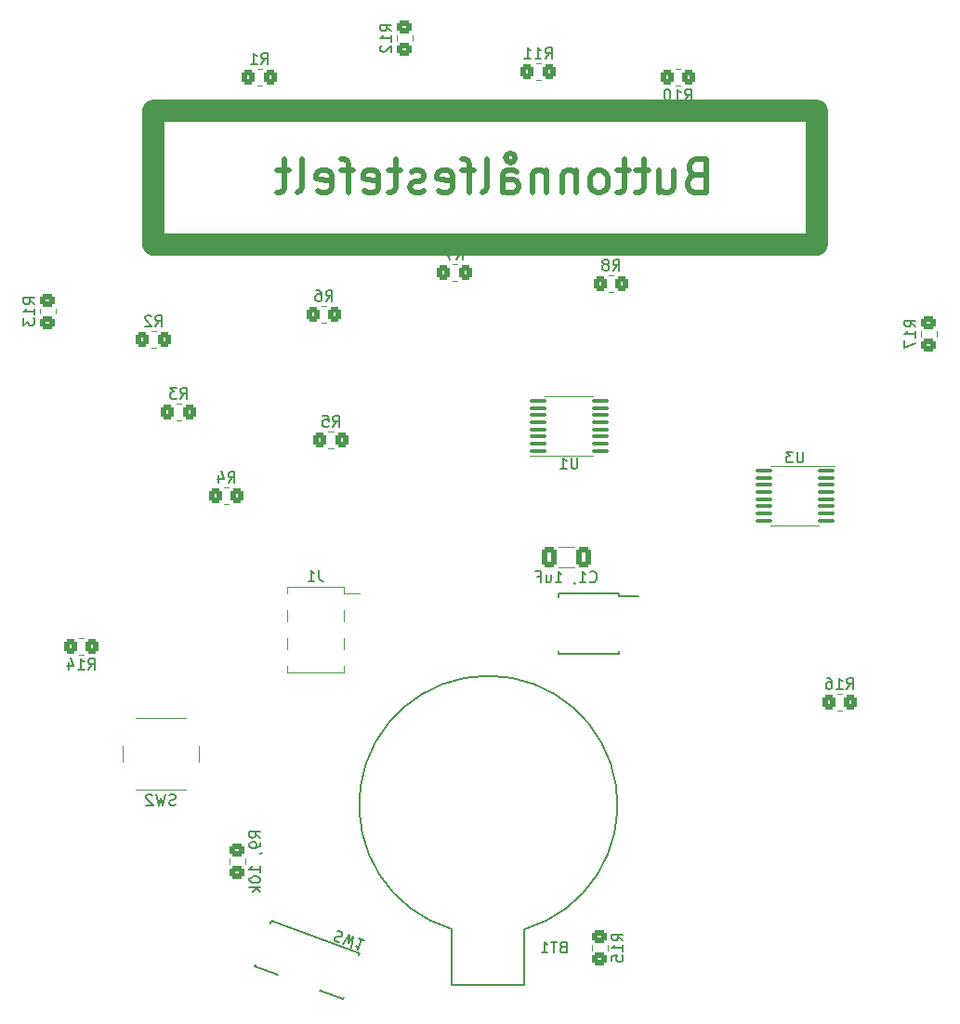
<source format=gbo>
%TF.GenerationSoftware,KiCad,Pcbnew,6.0.1+dfsg-1*%
%TF.CreationDate,2022-01-25T10:44:25+01:00*%
%TF.ProjectId,DTimponator-badge,4454696d-706f-46e6-9174-6f722d626164,2.0*%
%TF.SameCoordinates,Original*%
%TF.FileFunction,Legend,Bot*%
%TF.FilePolarity,Positive*%
%FSLAX46Y46*%
G04 Gerber Fmt 4.6, Leading zero omitted, Abs format (unit mm)*
G04 Created by KiCad (PCBNEW 6.0.1+dfsg-1) date 2022-01-25 10:44:25*
%MOMM*%
%LPD*%
G01*
G04 APERTURE LIST*
G04 Aperture macros list*
%AMRoundRect*
0 Rectangle with rounded corners*
0 $1 Rounding radius*
0 $2 $3 $4 $5 $6 $7 $8 $9 X,Y pos of 4 corners*
0 Add a 4 corners polygon primitive as box body*
4,1,4,$2,$3,$4,$5,$6,$7,$8,$9,$2,$3,0*
0 Add four circle primitives for the rounded corners*
1,1,$1+$1,$2,$3*
1,1,$1+$1,$4,$5*
1,1,$1+$1,$6,$7*
1,1,$1+$1,$8,$9*
0 Add four rect primitives between the rounded corners*
20,1,$1+$1,$2,$3,$4,$5,0*
20,1,$1+$1,$4,$5,$6,$7,0*
20,1,$1+$1,$6,$7,$8,$9,0*
20,1,$1+$1,$8,$9,$2,$3,0*%
%AMHorizOval*
0 Thick line with rounded ends*
0 $1 width*
0 $2 $3 position (X,Y) of the first rounded end (center of the circle)*
0 $4 $5 position (X,Y) of the second rounded end (center of the circle)*
0 Add line between two ends*
20,1,$1,$2,$3,$4,$5,0*
0 Add two circle primitives to create the rounded ends*
1,1,$1,$2,$3*
1,1,$1,$4,$5*%
%AMRotRect*
0 Rectangle, with rotation*
0 The origin of the aperture is its center*
0 $1 length*
0 $2 width*
0 $3 Rotation angle, in degrees counterclockwise*
0 Add horizontal line*
21,1,$1,$2,0,0,$3*%
G04 Aperture macros list end*
%ADD10C,2.000000*%
%ADD11C,0.500000*%
%ADD12C,0.150000*%
%ADD13C,0.120000*%
%ADD14RoundRect,0.250000X0.450000X-0.350000X0.450000X0.350000X-0.450000X0.350000X-0.450000X-0.350000X0*%
%ADD15RoundRect,0.250000X-0.450000X0.350000X-0.450000X-0.350000X0.450000X-0.350000X0.450000X0.350000X0*%
%ADD16R,1.700000X0.650000*%
%ADD17RoundRect,0.250000X0.350000X0.450000X-0.350000X0.450000X-0.350000X-0.450000X0.350000X-0.450000X0*%
%ADD18RoundRect,0.100000X0.637500X0.100000X-0.637500X0.100000X-0.637500X-0.100000X0.637500X-0.100000X0*%
%ADD19C,2.000000*%
%ADD20RoundRect,0.250000X-0.412500X-0.650000X0.412500X-0.650000X0.412500X0.650000X-0.412500X0.650000X0*%
%ADD21RoundRect,0.250000X-0.350000X-0.450000X0.350000X-0.450000X0.350000X0.450000X-0.350000X0.450000X0*%
%ADD22C,1.500000*%
%ADD23R,2.000000X2.000000*%
%ADD24RoundRect,0.100000X-0.637500X-0.100000X0.637500X-0.100000X0.637500X0.100000X-0.637500X0.100000X0*%
%ADD25R,3.150000X1.000000*%
%ADD26HorizOval,2.000000X0.171010X0.469846X-0.171010X-0.469846X0*%
%ADD27RotRect,1.524000X1.524000X160.000000*%
%ADD28C,1.524000*%
G04 APERTURE END LIST*
D10*
X124460000Y-53848000D02*
X184912000Y-53848000D01*
X184912000Y-53848000D02*
X184912000Y-66040000D01*
X184912000Y-66040000D02*
X124460000Y-66040000D01*
X124460000Y-66040000D02*
X124460000Y-53848000D01*
D11*
X173805142Y-59729714D02*
X173376571Y-59872571D01*
X173233714Y-60015428D01*
X173090857Y-60301142D01*
X173090857Y-60729714D01*
X173233714Y-61015428D01*
X173376571Y-61158285D01*
X173662285Y-61301142D01*
X174805142Y-61301142D01*
X174805142Y-58301142D01*
X173805142Y-58301142D01*
X173519428Y-58444000D01*
X173376571Y-58586857D01*
X173233714Y-58872571D01*
X173233714Y-59158285D01*
X173376571Y-59444000D01*
X173519428Y-59586857D01*
X173805142Y-59729714D01*
X174805142Y-59729714D01*
X170519428Y-59301142D02*
X170519428Y-61301142D01*
X171805142Y-59301142D02*
X171805142Y-60872571D01*
X171662285Y-61158285D01*
X171376571Y-61301142D01*
X170948000Y-61301142D01*
X170662285Y-61158285D01*
X170519428Y-61015428D01*
X169519428Y-59301142D02*
X168376571Y-59301142D01*
X169090857Y-58301142D02*
X169090857Y-60872571D01*
X168948000Y-61158285D01*
X168662285Y-61301142D01*
X168376571Y-61301142D01*
X167805142Y-59301142D02*
X166662285Y-59301142D01*
X167376571Y-58301142D02*
X167376571Y-60872571D01*
X167233714Y-61158285D01*
X166948000Y-61301142D01*
X166662285Y-61301142D01*
X165233714Y-61301142D02*
X165519428Y-61158285D01*
X165662285Y-61015428D01*
X165805142Y-60729714D01*
X165805142Y-59872571D01*
X165662285Y-59586857D01*
X165519428Y-59444000D01*
X165233714Y-59301142D01*
X164805142Y-59301142D01*
X164519428Y-59444000D01*
X164376571Y-59586857D01*
X164233714Y-59872571D01*
X164233714Y-60729714D01*
X164376571Y-61015428D01*
X164519428Y-61158285D01*
X164805142Y-61301142D01*
X165233714Y-61301142D01*
X162948000Y-59301142D02*
X162948000Y-61301142D01*
X162948000Y-59586857D02*
X162805142Y-59444000D01*
X162519428Y-59301142D01*
X162090857Y-59301142D01*
X161805142Y-59444000D01*
X161662285Y-59729714D01*
X161662285Y-61301142D01*
X160233714Y-59301142D02*
X160233714Y-61301142D01*
X160233714Y-59586857D02*
X160090857Y-59444000D01*
X159805142Y-59301142D01*
X159376571Y-59301142D01*
X159090857Y-59444000D01*
X158948000Y-59729714D01*
X158948000Y-61301142D01*
X156233714Y-61301142D02*
X156233714Y-59729714D01*
X156376571Y-59444000D01*
X156662285Y-59301142D01*
X157233714Y-59301142D01*
X157519428Y-59444000D01*
X156233714Y-61158285D02*
X156519428Y-61301142D01*
X157233714Y-61301142D01*
X157519428Y-61158285D01*
X157662285Y-60872571D01*
X157662285Y-60586857D01*
X157519428Y-60301142D01*
X157233714Y-60158285D01*
X156519428Y-60158285D01*
X156233714Y-60015428D01*
X156948000Y-58586857D02*
X157233714Y-58444000D01*
X157376571Y-58158285D01*
X157233714Y-57872571D01*
X156948000Y-57729714D01*
X156662285Y-57872571D01*
X156519428Y-58158285D01*
X156662285Y-58444000D01*
X156948000Y-58586857D01*
X154376571Y-61301142D02*
X154662285Y-61158285D01*
X154805142Y-60872571D01*
X154805142Y-58301142D01*
X153662285Y-59301142D02*
X152519428Y-59301142D01*
X153233714Y-61301142D02*
X153233714Y-58729714D01*
X153090857Y-58444000D01*
X152805142Y-58301142D01*
X152519428Y-58301142D01*
X150376571Y-61158285D02*
X150662285Y-61301142D01*
X151233714Y-61301142D01*
X151519428Y-61158285D01*
X151662285Y-60872571D01*
X151662285Y-59729714D01*
X151519428Y-59444000D01*
X151233714Y-59301142D01*
X150662285Y-59301142D01*
X150376571Y-59444000D01*
X150233714Y-59729714D01*
X150233714Y-60015428D01*
X151662285Y-60301142D01*
X149090857Y-61158285D02*
X148805142Y-61301142D01*
X148233714Y-61301142D01*
X147948000Y-61158285D01*
X147805142Y-60872571D01*
X147805142Y-60729714D01*
X147948000Y-60444000D01*
X148233714Y-60301142D01*
X148662285Y-60301142D01*
X148948000Y-60158285D01*
X149090857Y-59872571D01*
X149090857Y-59729714D01*
X148948000Y-59444000D01*
X148662285Y-59301142D01*
X148233714Y-59301142D01*
X147948000Y-59444000D01*
X146948000Y-59301142D02*
X145805142Y-59301142D01*
X146519428Y-58301142D02*
X146519428Y-60872571D01*
X146376571Y-61158285D01*
X146090857Y-61301142D01*
X145805142Y-61301142D01*
X143662285Y-61158285D02*
X143948000Y-61301142D01*
X144519428Y-61301142D01*
X144805142Y-61158285D01*
X144948000Y-60872571D01*
X144948000Y-59729714D01*
X144805142Y-59444000D01*
X144519428Y-59301142D01*
X143948000Y-59301142D01*
X143662285Y-59444000D01*
X143519428Y-59729714D01*
X143519428Y-60015428D01*
X144948000Y-60301142D01*
X142662285Y-59301142D02*
X141519428Y-59301142D01*
X142233714Y-61301142D02*
X142233714Y-58729714D01*
X142090857Y-58444000D01*
X141805142Y-58301142D01*
X141519428Y-58301142D01*
X139376571Y-61158285D02*
X139662285Y-61301142D01*
X140233714Y-61301142D01*
X140519428Y-61158285D01*
X140662285Y-60872571D01*
X140662285Y-59729714D01*
X140519428Y-59444000D01*
X140233714Y-59301142D01*
X139662285Y-59301142D01*
X139376571Y-59444000D01*
X139233714Y-59729714D01*
X139233714Y-60015428D01*
X140662285Y-60301142D01*
X137519428Y-61301142D02*
X137805142Y-61158285D01*
X137948000Y-60872571D01*
X137948000Y-58301142D01*
X136805142Y-59301142D02*
X135662285Y-59301142D01*
X136376571Y-58301142D02*
X136376571Y-60872571D01*
X136233714Y-61158285D01*
X135948000Y-61301142D01*
X135662285Y-61301142D01*
D12*
X167202380Y-129405142D02*
X166726190Y-129071809D01*
X167202380Y-128833714D02*
X166202380Y-128833714D01*
X166202380Y-129214666D01*
X166250000Y-129309904D01*
X166297619Y-129357523D01*
X166392857Y-129405142D01*
X166535714Y-129405142D01*
X166630952Y-129357523D01*
X166678571Y-129309904D01*
X166726190Y-129214666D01*
X166726190Y-128833714D01*
X167202380Y-130357523D02*
X167202380Y-129786095D01*
X167202380Y-130071809D02*
X166202380Y-130071809D01*
X166345238Y-129976571D01*
X166440476Y-129881333D01*
X166488095Y-129786095D01*
X166202380Y-131262285D02*
X166202380Y-130786095D01*
X166678571Y-130738476D01*
X166630952Y-130786095D01*
X166583333Y-130881333D01*
X166583333Y-131119428D01*
X166630952Y-131214666D01*
X166678571Y-131262285D01*
X166773809Y-131309904D01*
X167011904Y-131309904D01*
X167107142Y-131262285D01*
X167154761Y-131214666D01*
X167202380Y-131119428D01*
X167202380Y-130881333D01*
X167154761Y-130786095D01*
X167107142Y-130738476D01*
X113610380Y-71477142D02*
X113134190Y-71143809D01*
X113610380Y-70905714D02*
X112610380Y-70905714D01*
X112610380Y-71286666D01*
X112658000Y-71381904D01*
X112705619Y-71429523D01*
X112800857Y-71477142D01*
X112943714Y-71477142D01*
X113038952Y-71429523D01*
X113086571Y-71381904D01*
X113134190Y-71286666D01*
X113134190Y-70905714D01*
X113610380Y-72429523D02*
X113610380Y-71858095D01*
X113610380Y-72143809D02*
X112610380Y-72143809D01*
X112753238Y-72048571D01*
X112848476Y-71953333D01*
X112896095Y-71858095D01*
X112610380Y-72762857D02*
X112610380Y-73381904D01*
X112991333Y-73048571D01*
X112991333Y-73191428D01*
X113038952Y-73286666D01*
X113086571Y-73334285D01*
X113181809Y-73381904D01*
X113419904Y-73381904D01*
X113515142Y-73334285D01*
X113562761Y-73286666D01*
X113610380Y-73191428D01*
X113610380Y-72905714D01*
X113562761Y-72810476D01*
X113515142Y-72762857D01*
X166298666Y-68398380D02*
X166632000Y-67922190D01*
X166870095Y-68398380D02*
X166870095Y-67398380D01*
X166489142Y-67398380D01*
X166393904Y-67446000D01*
X166346285Y-67493619D01*
X166298666Y-67588857D01*
X166298666Y-67731714D01*
X166346285Y-67826952D01*
X166393904Y-67874571D01*
X166489142Y-67922190D01*
X166870095Y-67922190D01*
X165727238Y-67826952D02*
X165822476Y-67779333D01*
X165870095Y-67731714D01*
X165917714Y-67636476D01*
X165917714Y-67588857D01*
X165870095Y-67493619D01*
X165822476Y-67446000D01*
X165727238Y-67398380D01*
X165536761Y-67398380D01*
X165441523Y-67446000D01*
X165393904Y-67493619D01*
X165346285Y-67588857D01*
X165346285Y-67636476D01*
X165393904Y-67731714D01*
X165441523Y-67779333D01*
X165536761Y-67826952D01*
X165727238Y-67826952D01*
X165822476Y-67874571D01*
X165870095Y-67922190D01*
X165917714Y-68017428D01*
X165917714Y-68207904D01*
X165870095Y-68303142D01*
X165822476Y-68350761D01*
X165727238Y-68398380D01*
X165536761Y-68398380D01*
X165441523Y-68350761D01*
X165393904Y-68303142D01*
X165346285Y-68207904D01*
X165346285Y-68017428D01*
X165393904Y-67922190D01*
X165441523Y-67874571D01*
X165536761Y-67826952D01*
X140771666Y-82622380D02*
X141105000Y-82146190D01*
X141343095Y-82622380D02*
X141343095Y-81622380D01*
X140962142Y-81622380D01*
X140866904Y-81670000D01*
X140819285Y-81717619D01*
X140771666Y-81812857D01*
X140771666Y-81955714D01*
X140819285Y-82050952D01*
X140866904Y-82098571D01*
X140962142Y-82146190D01*
X141343095Y-82146190D01*
X139866904Y-81622380D02*
X140343095Y-81622380D01*
X140390714Y-82098571D01*
X140343095Y-82050952D01*
X140247857Y-82003333D01*
X140009761Y-82003333D01*
X139914523Y-82050952D01*
X139866904Y-82098571D01*
X139819285Y-82193809D01*
X139819285Y-82431904D01*
X139866904Y-82527142D01*
X139914523Y-82574761D01*
X140009761Y-82622380D01*
X140247857Y-82622380D01*
X140343095Y-82574761D01*
X140390714Y-82527142D01*
X160138857Y-49094380D02*
X160472190Y-48618190D01*
X160710285Y-49094380D02*
X160710285Y-48094380D01*
X160329333Y-48094380D01*
X160234095Y-48142000D01*
X160186476Y-48189619D01*
X160138857Y-48284857D01*
X160138857Y-48427714D01*
X160186476Y-48522952D01*
X160234095Y-48570571D01*
X160329333Y-48618190D01*
X160710285Y-48618190D01*
X159186476Y-49094380D02*
X159757904Y-49094380D01*
X159472190Y-49094380D02*
X159472190Y-48094380D01*
X159567428Y-48237238D01*
X159662666Y-48332476D01*
X159757904Y-48380095D01*
X158234095Y-49094380D02*
X158805523Y-49094380D01*
X158519809Y-49094380D02*
X158519809Y-48094380D01*
X158615047Y-48237238D01*
X158710285Y-48332476D01*
X158805523Y-48380095D01*
X183641904Y-84902380D02*
X183641904Y-85711904D01*
X183594285Y-85807142D01*
X183546666Y-85854761D01*
X183451428Y-85902380D01*
X183260952Y-85902380D01*
X183165714Y-85854761D01*
X183118095Y-85807142D01*
X183070476Y-85711904D01*
X183070476Y-84902380D01*
X182689523Y-84902380D02*
X182070476Y-84902380D01*
X182403809Y-85283333D01*
X182260952Y-85283333D01*
X182165714Y-85330952D01*
X182118095Y-85378571D01*
X182070476Y-85473809D01*
X182070476Y-85711904D01*
X182118095Y-85807142D01*
X182165714Y-85854761D01*
X182260952Y-85902380D01*
X182546666Y-85902380D01*
X182641904Y-85854761D01*
X182689523Y-85807142D01*
X124610666Y-73478380D02*
X124944000Y-73002190D01*
X125182095Y-73478380D02*
X125182095Y-72478380D01*
X124801142Y-72478380D01*
X124705904Y-72526000D01*
X124658285Y-72573619D01*
X124610666Y-72668857D01*
X124610666Y-72811714D01*
X124658285Y-72906952D01*
X124705904Y-72954571D01*
X124801142Y-73002190D01*
X125182095Y-73002190D01*
X124229714Y-72573619D02*
X124182095Y-72526000D01*
X124086857Y-72478380D01*
X123848761Y-72478380D01*
X123753523Y-72526000D01*
X123705904Y-72573619D01*
X123658285Y-72668857D01*
X123658285Y-72764095D01*
X123705904Y-72906952D01*
X124277333Y-73478380D01*
X123658285Y-73478380D01*
X126428333Y-117049761D02*
X126285476Y-117097380D01*
X126047380Y-117097380D01*
X125952142Y-117049761D01*
X125904523Y-117002142D01*
X125856904Y-116906904D01*
X125856904Y-116811666D01*
X125904523Y-116716428D01*
X125952142Y-116668809D01*
X126047380Y-116621190D01*
X126237857Y-116573571D01*
X126333095Y-116525952D01*
X126380714Y-116478333D01*
X126428333Y-116383095D01*
X126428333Y-116287857D01*
X126380714Y-116192619D01*
X126333095Y-116145000D01*
X126237857Y-116097380D01*
X125999761Y-116097380D01*
X125856904Y-116145000D01*
X125523571Y-116097380D02*
X125285476Y-117097380D01*
X125095000Y-116383095D01*
X124904523Y-117097380D01*
X124666428Y-116097380D01*
X124333095Y-116192619D02*
X124285476Y-116145000D01*
X124190238Y-116097380D01*
X123952142Y-116097380D01*
X123856904Y-116145000D01*
X123809285Y-116192619D01*
X123761666Y-116287857D01*
X123761666Y-116383095D01*
X123809285Y-116525952D01*
X124380714Y-117097380D01*
X123761666Y-117097380D01*
X164194857Y-96695142D02*
X164242476Y-96742761D01*
X164385333Y-96790380D01*
X164480571Y-96790380D01*
X164623428Y-96742761D01*
X164718666Y-96647523D01*
X164766285Y-96552285D01*
X164813904Y-96361809D01*
X164813904Y-96218952D01*
X164766285Y-96028476D01*
X164718666Y-95933238D01*
X164623428Y-95838000D01*
X164480571Y-95790380D01*
X164385333Y-95790380D01*
X164242476Y-95838000D01*
X164194857Y-95885619D01*
X163242476Y-96790380D02*
X163813904Y-96790380D01*
X163528190Y-96790380D02*
X163528190Y-95790380D01*
X163623428Y-95933238D01*
X163718666Y-96028476D01*
X163813904Y-96076095D01*
X162766285Y-96742761D02*
X162766285Y-96790380D01*
X162813904Y-96885619D01*
X162861523Y-96933238D01*
X161052000Y-96790380D02*
X161623428Y-96790380D01*
X161337714Y-96790380D02*
X161337714Y-95790380D01*
X161432952Y-95933238D01*
X161528190Y-96028476D01*
X161623428Y-96076095D01*
X160194857Y-96123714D02*
X160194857Y-96790380D01*
X160623428Y-96123714D02*
X160623428Y-96647523D01*
X160575809Y-96742761D01*
X160480571Y-96790380D01*
X160337714Y-96790380D01*
X160242476Y-96742761D01*
X160194857Y-96695142D01*
X159385333Y-96266571D02*
X159718666Y-96266571D01*
X159718666Y-96790380D02*
X159718666Y-95790380D01*
X159242476Y-95790380D01*
X126896666Y-80082380D02*
X127230000Y-79606190D01*
X127468095Y-80082380D02*
X127468095Y-79082380D01*
X127087142Y-79082380D01*
X126991904Y-79130000D01*
X126944285Y-79177619D01*
X126896666Y-79272857D01*
X126896666Y-79415714D01*
X126944285Y-79510952D01*
X126991904Y-79558571D01*
X127087142Y-79606190D01*
X127468095Y-79606190D01*
X126563333Y-79082380D02*
X125944285Y-79082380D01*
X126277619Y-79463333D01*
X126134761Y-79463333D01*
X126039523Y-79510952D01*
X125991904Y-79558571D01*
X125944285Y-79653809D01*
X125944285Y-79891904D01*
X125991904Y-79987142D01*
X126039523Y-80034761D01*
X126134761Y-80082380D01*
X126420476Y-80082380D01*
X126515714Y-80034761D01*
X126563333Y-79987142D01*
X146122380Y-46617142D02*
X145646190Y-46283809D01*
X146122380Y-46045714D02*
X145122380Y-46045714D01*
X145122380Y-46426666D01*
X145170000Y-46521904D01*
X145217619Y-46569523D01*
X145312857Y-46617142D01*
X145455714Y-46617142D01*
X145550952Y-46569523D01*
X145598571Y-46521904D01*
X145646190Y-46426666D01*
X145646190Y-46045714D01*
X146122380Y-47569523D02*
X146122380Y-46998095D01*
X146122380Y-47283809D02*
X145122380Y-47283809D01*
X145265238Y-47188571D01*
X145360476Y-47093333D01*
X145408095Y-46998095D01*
X145217619Y-47950476D02*
X145170000Y-47998095D01*
X145122380Y-48093333D01*
X145122380Y-48331428D01*
X145170000Y-48426666D01*
X145217619Y-48474285D01*
X145312857Y-48521904D01*
X145408095Y-48521904D01*
X145550952Y-48474285D01*
X146122380Y-47902857D01*
X146122380Y-48521904D01*
X134262666Y-49602380D02*
X134596000Y-49126190D01*
X134834095Y-49602380D02*
X134834095Y-48602380D01*
X134453142Y-48602380D01*
X134357904Y-48650000D01*
X134310285Y-48697619D01*
X134262666Y-48792857D01*
X134262666Y-48935714D01*
X134310285Y-49030952D01*
X134357904Y-49078571D01*
X134453142Y-49126190D01*
X134834095Y-49126190D01*
X133310285Y-49602380D02*
X133881714Y-49602380D01*
X133596000Y-49602380D02*
X133596000Y-48602380D01*
X133691238Y-48745238D01*
X133786476Y-48840476D01*
X133881714Y-48888095D01*
X193874380Y-73525142D02*
X193398190Y-73191809D01*
X193874380Y-72953714D02*
X192874380Y-72953714D01*
X192874380Y-73334666D01*
X192922000Y-73429904D01*
X192969619Y-73477523D01*
X193064857Y-73525142D01*
X193207714Y-73525142D01*
X193302952Y-73477523D01*
X193350571Y-73429904D01*
X193398190Y-73334666D01*
X193398190Y-72953714D01*
X193874380Y-74477523D02*
X193874380Y-73906095D01*
X193874380Y-74191809D02*
X192874380Y-74191809D01*
X193017238Y-74096571D01*
X193112476Y-74001333D01*
X193160095Y-73906095D01*
X192874380Y-74810857D02*
X192874380Y-75477523D01*
X193874380Y-75048952D01*
X118498857Y-104718380D02*
X118832190Y-104242190D01*
X119070285Y-104718380D02*
X119070285Y-103718380D01*
X118689333Y-103718380D01*
X118594095Y-103766000D01*
X118546476Y-103813619D01*
X118498857Y-103908857D01*
X118498857Y-104051714D01*
X118546476Y-104146952D01*
X118594095Y-104194571D01*
X118689333Y-104242190D01*
X119070285Y-104242190D01*
X117546476Y-104718380D02*
X118117904Y-104718380D01*
X117832190Y-104718380D02*
X117832190Y-103718380D01*
X117927428Y-103861238D01*
X118022666Y-103956476D01*
X118117904Y-104004095D01*
X116689333Y-104051714D02*
X116689333Y-104718380D01*
X116927428Y-103670761D02*
X117165523Y-104385047D01*
X116546476Y-104385047D01*
X140136666Y-71192380D02*
X140470000Y-70716190D01*
X140708095Y-71192380D02*
X140708095Y-70192380D01*
X140327142Y-70192380D01*
X140231904Y-70240000D01*
X140184285Y-70287619D01*
X140136666Y-70382857D01*
X140136666Y-70525714D01*
X140184285Y-70620952D01*
X140231904Y-70668571D01*
X140327142Y-70716190D01*
X140708095Y-70716190D01*
X139279523Y-70192380D02*
X139470000Y-70192380D01*
X139565238Y-70240000D01*
X139612857Y-70287619D01*
X139708095Y-70430476D01*
X139755714Y-70620952D01*
X139755714Y-71001904D01*
X139708095Y-71097142D01*
X139660476Y-71144761D01*
X139565238Y-71192380D01*
X139374761Y-71192380D01*
X139279523Y-71144761D01*
X139231904Y-71097142D01*
X139184285Y-71001904D01*
X139184285Y-70763809D01*
X139231904Y-70668571D01*
X139279523Y-70620952D01*
X139374761Y-70573333D01*
X139565238Y-70573333D01*
X139660476Y-70620952D01*
X139708095Y-70668571D01*
X139755714Y-70763809D01*
X161725713Y-129994572D02*
X161582856Y-130042191D01*
X161535237Y-130089810D01*
X161487618Y-130185048D01*
X161487618Y-130327905D01*
X161535237Y-130423143D01*
X161582856Y-130470762D01*
X161678094Y-130518381D01*
X162059046Y-130518381D01*
X162059046Y-129518381D01*
X161725713Y-129518381D01*
X161630475Y-129566001D01*
X161582856Y-129613620D01*
X161535237Y-129708858D01*
X161535237Y-129804096D01*
X161582856Y-129899334D01*
X161630475Y-129946953D01*
X161725713Y-129994572D01*
X162059046Y-129994572D01*
X161201903Y-129518381D02*
X160630475Y-129518381D01*
X160916189Y-130518381D02*
X160916189Y-129518381D01*
X159773332Y-130518381D02*
X160344760Y-130518381D01*
X160059046Y-130518381D02*
X160059046Y-129518381D01*
X160154284Y-129661239D01*
X160249522Y-129756477D01*
X160344760Y-129804096D01*
X187602857Y-106498380D02*
X187936190Y-106022190D01*
X188174285Y-106498380D02*
X188174285Y-105498380D01*
X187793333Y-105498380D01*
X187698095Y-105546000D01*
X187650476Y-105593619D01*
X187602857Y-105688857D01*
X187602857Y-105831714D01*
X187650476Y-105926952D01*
X187698095Y-105974571D01*
X187793333Y-106022190D01*
X188174285Y-106022190D01*
X186650476Y-106498380D02*
X187221904Y-106498380D01*
X186936190Y-106498380D02*
X186936190Y-105498380D01*
X187031428Y-105641238D01*
X187126666Y-105736476D01*
X187221904Y-105784095D01*
X185793333Y-105498380D02*
X185983809Y-105498380D01*
X186079047Y-105546000D01*
X186126666Y-105593619D01*
X186221904Y-105736476D01*
X186269523Y-105926952D01*
X186269523Y-106307904D01*
X186221904Y-106403142D01*
X186174285Y-106450761D01*
X186079047Y-106498380D01*
X185888571Y-106498380D01*
X185793333Y-106450761D01*
X185745714Y-106403142D01*
X185698095Y-106307904D01*
X185698095Y-106069809D01*
X185745714Y-105974571D01*
X185793333Y-105926952D01*
X185888571Y-105879333D01*
X186079047Y-105879333D01*
X186174285Y-105926952D01*
X186221904Y-105974571D01*
X186269523Y-106069809D01*
X163067904Y-85452380D02*
X163067904Y-86261904D01*
X163020285Y-86357142D01*
X162972666Y-86404761D01*
X162877428Y-86452380D01*
X162686952Y-86452380D01*
X162591714Y-86404761D01*
X162544095Y-86357142D01*
X162496476Y-86261904D01*
X162496476Y-85452380D01*
X161496476Y-86452380D02*
X162067904Y-86452380D01*
X161782190Y-86452380D02*
X161782190Y-85452380D01*
X161877428Y-85595238D01*
X161972666Y-85690476D01*
X162067904Y-85738095D01*
X139525333Y-95674380D02*
X139525333Y-96388666D01*
X139572952Y-96531523D01*
X139668190Y-96626761D01*
X139811047Y-96674380D01*
X139906285Y-96674380D01*
X138525333Y-96674380D02*
X139096761Y-96674380D01*
X138811047Y-96674380D02*
X138811047Y-95674380D01*
X138906285Y-95817238D01*
X139001523Y-95912476D01*
X139096761Y-95960095D01*
X152042666Y-67382380D02*
X152376000Y-66906190D01*
X152614095Y-67382380D02*
X152614095Y-66382380D01*
X152233142Y-66382380D01*
X152137904Y-66430000D01*
X152090285Y-66477619D01*
X152042666Y-66572857D01*
X152042666Y-66715714D01*
X152090285Y-66810952D01*
X152137904Y-66858571D01*
X152233142Y-66906190D01*
X152614095Y-66906190D01*
X151709333Y-66382380D02*
X151042666Y-66382380D01*
X151471238Y-67382380D01*
X172870857Y-52902380D02*
X173204190Y-52426190D01*
X173442285Y-52902380D02*
X173442285Y-51902380D01*
X173061333Y-51902380D01*
X172966095Y-51950000D01*
X172918476Y-51997619D01*
X172870857Y-52092857D01*
X172870857Y-52235714D01*
X172918476Y-52330952D01*
X172966095Y-52378571D01*
X173061333Y-52426190D01*
X173442285Y-52426190D01*
X171918476Y-52902380D02*
X172489904Y-52902380D01*
X172204190Y-52902380D02*
X172204190Y-51902380D01*
X172299428Y-52045238D01*
X172394666Y-52140476D01*
X172489904Y-52188095D01*
X171299428Y-51902380D02*
X171204190Y-51902380D01*
X171108952Y-51950000D01*
X171061333Y-51997619D01*
X171013714Y-52092857D01*
X170966095Y-52283333D01*
X170966095Y-52521428D01*
X171013714Y-52711904D01*
X171061333Y-52807142D01*
X171108952Y-52854761D01*
X171204190Y-52902380D01*
X171299428Y-52902380D01*
X171394666Y-52854761D01*
X171442285Y-52807142D01*
X171489904Y-52711904D01*
X171537523Y-52521428D01*
X171537523Y-52283333D01*
X171489904Y-52092857D01*
X171442285Y-51997619D01*
X171394666Y-51950000D01*
X171299428Y-51902380D01*
X141160651Y-128535858D02*
X141311179Y-128539971D01*
X141534916Y-128621404D01*
X141608123Y-128698725D01*
X141636584Y-128759759D01*
X141648758Y-128865540D01*
X141616185Y-128955034D01*
X141538864Y-129028242D01*
X141477830Y-129056703D01*
X141372049Y-129068877D01*
X141176773Y-129048477D01*
X141070992Y-129060651D01*
X141009958Y-129089112D01*
X140932637Y-129162320D01*
X140900064Y-129251814D01*
X140912238Y-129357595D01*
X140940698Y-129418629D01*
X141013906Y-129495950D01*
X141237643Y-129577383D01*
X141388171Y-129581496D01*
X141685115Y-129740250D02*
X142250872Y-128881991D01*
X142185561Y-129618346D01*
X142608850Y-129012284D01*
X142490566Y-130033410D01*
X143682784Y-129403164D02*
X143145817Y-129207724D01*
X143414301Y-129305444D02*
X143072281Y-130245137D01*
X143031646Y-130078322D01*
X142974725Y-129956254D01*
X142901517Y-129878933D01*
X131246666Y-87702380D02*
X131580000Y-87226190D01*
X131818095Y-87702380D02*
X131818095Y-86702380D01*
X131437142Y-86702380D01*
X131341904Y-86750000D01*
X131294285Y-86797619D01*
X131246666Y-86892857D01*
X131246666Y-87035714D01*
X131294285Y-87130952D01*
X131341904Y-87178571D01*
X131437142Y-87226190D01*
X131818095Y-87226190D01*
X130389523Y-87035714D02*
X130389523Y-87702380D01*
X130627619Y-86654761D02*
X130865714Y-87369047D01*
X130246666Y-87369047D01*
X134182380Y-120047142D02*
X133706190Y-119713809D01*
X134182380Y-119475714D02*
X133182380Y-119475714D01*
X133182380Y-119856666D01*
X133230000Y-119951904D01*
X133277619Y-119999523D01*
X133372857Y-120047142D01*
X133515714Y-120047142D01*
X133610952Y-119999523D01*
X133658571Y-119951904D01*
X133706190Y-119856666D01*
X133706190Y-119475714D01*
X134182380Y-120523333D02*
X134182380Y-120713809D01*
X134134761Y-120809047D01*
X134087142Y-120856666D01*
X133944285Y-120951904D01*
X133753809Y-120999523D01*
X133372857Y-120999523D01*
X133277619Y-120951904D01*
X133230000Y-120904285D01*
X133182380Y-120809047D01*
X133182380Y-120618571D01*
X133230000Y-120523333D01*
X133277619Y-120475714D01*
X133372857Y-120428095D01*
X133610952Y-120428095D01*
X133706190Y-120475714D01*
X133753809Y-120523333D01*
X133801428Y-120618571D01*
X133801428Y-120809047D01*
X133753809Y-120904285D01*
X133706190Y-120951904D01*
X133610952Y-120999523D01*
X134134761Y-121475714D02*
X134182380Y-121475714D01*
X134277619Y-121428095D01*
X134325238Y-121380476D01*
X134182380Y-123190000D02*
X134182380Y-122618571D01*
X134182380Y-122904285D02*
X133182380Y-122904285D01*
X133325238Y-122809047D01*
X133420476Y-122713809D01*
X133468095Y-122618571D01*
X133182380Y-123809047D02*
X133182380Y-123904285D01*
X133230000Y-123999523D01*
X133277619Y-124047142D01*
X133372857Y-124094761D01*
X133563333Y-124142380D01*
X133801428Y-124142380D01*
X133991904Y-124094761D01*
X134087142Y-124047142D01*
X134134761Y-123999523D01*
X134182380Y-123904285D01*
X134182380Y-123809047D01*
X134134761Y-123713809D01*
X134087142Y-123666190D01*
X133991904Y-123618571D01*
X133801428Y-123570952D01*
X133563333Y-123570952D01*
X133372857Y-123618571D01*
X133277619Y-123666190D01*
X133230000Y-123713809D01*
X133182380Y-123809047D01*
X134182380Y-124570952D02*
X133182380Y-124570952D01*
X133801428Y-124666190D02*
X134182380Y-124951904D01*
X133515714Y-124951904D02*
X133896666Y-124570952D01*
D13*
X164365000Y-130275064D02*
X164365000Y-129820936D01*
X165835000Y-130275064D02*
X165835000Y-129820936D01*
X115543000Y-71892936D02*
X115543000Y-72347064D01*
X114073000Y-71892936D02*
X114073000Y-72347064D01*
D12*
X166834000Y-97829000D02*
X166834000Y-98034000D01*
X166834000Y-103339000D02*
X161334000Y-103339000D01*
X166834000Y-98034000D02*
X168584000Y-98034000D01*
X161334000Y-97829000D02*
X161334000Y-98129000D01*
X166834000Y-103339000D02*
X166834000Y-103039000D01*
X166834000Y-97829000D02*
X161334000Y-97829000D01*
X161334000Y-103339000D02*
X161334000Y-103039000D01*
D13*
X166359064Y-68861000D02*
X165904936Y-68861000D01*
X166359064Y-70331000D02*
X165904936Y-70331000D01*
X140832064Y-84555000D02*
X140377936Y-84555000D01*
X140832064Y-83085000D02*
X140377936Y-83085000D01*
X159723064Y-51027000D02*
X159268936Y-51027000D01*
X159723064Y-49557000D02*
X159268936Y-49557000D01*
X182880000Y-91635000D02*
X185080000Y-91635000D01*
X182880000Y-86165000D02*
X186480000Y-86165000D01*
X182880000Y-86165000D02*
X180680000Y-86165000D01*
X182880000Y-91635000D02*
X180680000Y-91635000D01*
X124671064Y-75411000D02*
X124216936Y-75411000D01*
X124671064Y-73941000D02*
X124216936Y-73941000D01*
X121595000Y-113145000D02*
X121595000Y-111645000D01*
X122845000Y-109145000D02*
X127345000Y-109145000D01*
X127345000Y-115645000D02*
X122845000Y-115645000D01*
X128595000Y-111645000D02*
X128595000Y-113145000D01*
X161340748Y-95398000D02*
X162763252Y-95398000D01*
X161340748Y-93578000D02*
X162763252Y-93578000D01*
X126957064Y-82015000D02*
X126502936Y-82015000D01*
X126957064Y-80545000D02*
X126502936Y-80545000D01*
X146585000Y-47032936D02*
X146585000Y-47487064D01*
X148055000Y-47032936D02*
X148055000Y-47487064D01*
X134323064Y-50065000D02*
X133868936Y-50065000D01*
X134323064Y-51535000D02*
X133868936Y-51535000D01*
X195807000Y-73940936D02*
X195807000Y-74395064D01*
X194337000Y-73940936D02*
X194337000Y-74395064D01*
X117628936Y-103351000D02*
X118083064Y-103351000D01*
X117628936Y-101881000D02*
X118083064Y-101881000D01*
X140197064Y-73125000D02*
X139742936Y-73125000D01*
X140197064Y-71655000D02*
X139742936Y-71655000D01*
D12*
X151639999Y-133466001D02*
X158239999Y-133466001D01*
X158239999Y-133466001D02*
X158239999Y-128366001D01*
X151639999Y-128366001D02*
X151639999Y-133466001D01*
X158248016Y-128363657D02*
G75*
G03*
X151639999Y-128366001I-3308016J11297656D01*
G01*
D13*
X187187064Y-106961000D02*
X186732936Y-106961000D01*
X187187064Y-108431000D02*
X186732936Y-108431000D01*
X162306000Y-85285000D02*
X164506000Y-85285000D01*
X162306000Y-79815000D02*
X160106000Y-79815000D01*
X162306000Y-79815000D02*
X164506000Y-79815000D01*
X162306000Y-85285000D02*
X158706000Y-85285000D01*
X136592000Y-97222000D02*
X136592000Y-97792000D01*
X136592000Y-104392000D02*
X136592000Y-104962000D01*
X141792000Y-97222000D02*
X136592000Y-97222000D01*
X136592000Y-101852000D02*
X136592000Y-102872000D01*
X143232000Y-97792000D02*
X141792000Y-97792000D01*
X141792000Y-97222000D02*
X141792000Y-97792000D01*
X141792000Y-104392000D02*
X141792000Y-104962000D01*
X136592000Y-99312000D02*
X136592000Y-100332000D01*
X141792000Y-104962000D02*
X136592000Y-104962000D01*
X141792000Y-101852000D02*
X141792000Y-102872000D01*
X141792000Y-99312000D02*
X141792000Y-100332000D01*
X152103064Y-69315000D02*
X151648936Y-69315000D01*
X152103064Y-67845000D02*
X151648936Y-67845000D01*
X172000936Y-50065000D02*
X172455064Y-50065000D01*
X172000936Y-51535000D02*
X172455064Y-51535000D01*
D12*
X139556941Y-133916618D02*
X141718234Y-134703264D01*
X133636877Y-131761891D02*
X133705281Y-131573953D01*
X135798170Y-132548537D02*
X133636877Y-131761891D01*
X143223123Y-130568617D02*
X143154719Y-130756555D01*
X135141766Y-127627244D02*
X143223123Y-130568617D01*
X135141766Y-127627244D02*
X135073362Y-127815182D01*
X141718234Y-134703264D02*
X141786638Y-134515326D01*
D13*
X131307064Y-89635000D02*
X130852936Y-89635000D01*
X131307064Y-88165000D02*
X130852936Y-88165000D01*
X131345000Y-122417064D02*
X131345000Y-121962936D01*
X132815000Y-122417064D02*
X132815000Y-121962936D01*
%LPC*%
D14*
X165100000Y-131048000D03*
X165100000Y-129048000D03*
D15*
X114808000Y-71120000D03*
X114808000Y-73120000D03*
D16*
X167734000Y-98679000D03*
X167734000Y-99949000D03*
X167734000Y-101219000D03*
X167734000Y-102489000D03*
X160434000Y-102489000D03*
X160434000Y-101219000D03*
X160434000Y-99949000D03*
X160434000Y-98679000D03*
D17*
X167132000Y-69596000D03*
X165132000Y-69596000D03*
X141605000Y-83820000D03*
X139605000Y-83820000D03*
X160496000Y-50292000D03*
X158496000Y-50292000D03*
D18*
X185742500Y-86625000D03*
X185742500Y-87275000D03*
X185742500Y-87925000D03*
X185742500Y-88575000D03*
X185742500Y-89225000D03*
X185742500Y-89875000D03*
X185742500Y-90525000D03*
X185742500Y-91175000D03*
X180017500Y-91175000D03*
X180017500Y-90525000D03*
X180017500Y-89875000D03*
X180017500Y-89225000D03*
X180017500Y-88575000D03*
X180017500Y-87925000D03*
X180017500Y-87275000D03*
X180017500Y-86625000D03*
D17*
X125444000Y-74676000D03*
X123444000Y-74676000D03*
D19*
X121845000Y-114645000D03*
X128345000Y-114645000D03*
X128345000Y-110145000D03*
X121845000Y-110145000D03*
D20*
X160489500Y-94488000D03*
X163614500Y-94488000D03*
D17*
X127730000Y-81280000D03*
X125730000Y-81280000D03*
D15*
X147320000Y-46260000D03*
X147320000Y-48260000D03*
D17*
X135096000Y-50800000D03*
X133096000Y-50800000D03*
D15*
X195072000Y-73168000D03*
X195072000Y-75168000D03*
D21*
X116856000Y-102616000D03*
X118856000Y-102616000D03*
D17*
X140970000Y-72390000D03*
X138970000Y-72390000D03*
D22*
X159339999Y-108966001D03*
X145339999Y-117066001D03*
X159339999Y-125166001D03*
D23*
X154939999Y-131066001D03*
D19*
X154939999Y-111066001D03*
D17*
X187960000Y-107696000D03*
X185960000Y-107696000D03*
D24*
X159443500Y-84825000D03*
X159443500Y-84175000D03*
X159443500Y-83525000D03*
X159443500Y-82875000D03*
X159443500Y-82225000D03*
X159443500Y-81575000D03*
X159443500Y-80925000D03*
X159443500Y-80275000D03*
X165168500Y-80275000D03*
X165168500Y-80925000D03*
X165168500Y-81575000D03*
X165168500Y-82225000D03*
X165168500Y-82875000D03*
X165168500Y-83525000D03*
X165168500Y-84175000D03*
X165168500Y-84825000D03*
D25*
X141717000Y-98552000D03*
X136667000Y-98552000D03*
X141717000Y-101092000D03*
X136667000Y-101092000D03*
X141717000Y-103632000D03*
X136667000Y-103632000D03*
D17*
X152876000Y-68580000D03*
X150876000Y-68580000D03*
D21*
X171228000Y-50800000D03*
X173228000Y-50800000D03*
D26*
X134577260Y-129762971D03*
X142282740Y-132567537D03*
D27*
X140309385Y-131849294D03*
D28*
X138430000Y-131165254D03*
X136550615Y-130481214D03*
D17*
X132080000Y-88900000D03*
X130080000Y-88900000D03*
D14*
X132080000Y-123190000D03*
X132080000Y-121190000D03*
M02*

</source>
